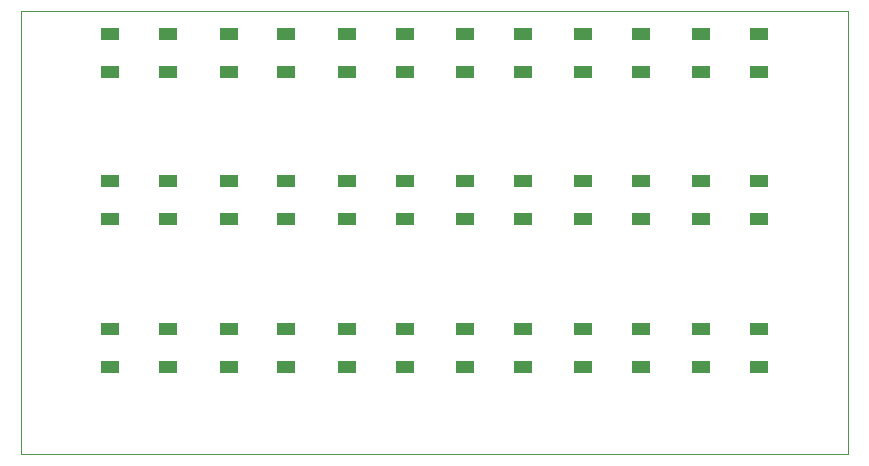
<source format=gbr>
G04 #@! TF.GenerationSoftware,KiCad,Pcbnew,5.1.10-88a1d61d58~90~ubuntu21.04.1*
G04 #@! TF.CreationDate,2021-10-15T10:06:39+02:00*
G04 #@! TF.ProjectId,IndicatorLeds,496e6469-6361-4746-9f72-4c6564732e6b,rev?*
G04 #@! TF.SameCoordinates,Original*
G04 #@! TF.FileFunction,Paste,Top*
G04 #@! TF.FilePolarity,Positive*
%FSLAX46Y46*%
G04 Gerber Fmt 4.6, Leading zero omitted, Abs format (unit mm)*
G04 Created by KiCad (PCBNEW 5.1.10-88a1d61d58~90~ubuntu21.04.1) date 2021-10-15 10:06:39*
%MOMM*%
%LPD*%
G01*
G04 APERTURE LIST*
G04 #@! TA.AperFunction,Profile*
%ADD10C,0.100000*%
G04 #@! TD*
%ADD11R,1.500000X1.000000*%
G04 APERTURE END LIST*
D10*
X45000000Y-49999000D02*
X110000000Y-49999000D01*
X45000000Y-87501000D02*
X45000000Y-49999000D01*
X115001000Y-87501000D02*
X45000000Y-87501000D01*
X115001000Y-49999000D02*
X115001000Y-87501000D01*
X110000000Y-49999000D02*
X115001000Y-49999000D01*
D11*
G04 #@! TO.C,D1*
X107450026Y-80100011D03*
X107450026Y-76900011D03*
X102550026Y-80100011D03*
X102550026Y-76900011D03*
G04 #@! TD*
G04 #@! TO.C,D1*
X97450021Y-80100011D03*
X97450021Y-76900011D03*
X92550021Y-80100011D03*
X92550021Y-76900011D03*
G04 #@! TD*
G04 #@! TO.C,D1*
X87450016Y-80100011D03*
X87450016Y-76900011D03*
X82550016Y-80100011D03*
X82550016Y-76900011D03*
G04 #@! TD*
G04 #@! TO.C,D1*
X77450011Y-80100011D03*
X77450011Y-76900011D03*
X72550011Y-80100011D03*
X72550011Y-76900011D03*
G04 #@! TD*
G04 #@! TO.C,D1*
X67450006Y-80100011D03*
X67450006Y-76900011D03*
X62550006Y-80100011D03*
X62550006Y-76900011D03*
G04 #@! TD*
G04 #@! TO.C,D1*
X57450001Y-80100011D03*
X57450001Y-76900011D03*
X52550001Y-80100011D03*
X52550001Y-76900011D03*
G04 #@! TD*
G04 #@! TO.C,D1*
X107450026Y-67600006D03*
X107450026Y-64400006D03*
X102550026Y-67600006D03*
X102550026Y-64400006D03*
G04 #@! TD*
G04 #@! TO.C,D1*
X97450021Y-67600006D03*
X97450021Y-64400006D03*
X92550021Y-67600006D03*
X92550021Y-64400006D03*
G04 #@! TD*
G04 #@! TO.C,D1*
X87450016Y-67600006D03*
X87450016Y-64400006D03*
X82550016Y-67600006D03*
X82550016Y-64400006D03*
G04 #@! TD*
G04 #@! TO.C,D1*
X77450011Y-67600006D03*
X77450011Y-64400006D03*
X72550011Y-67600006D03*
X72550011Y-64400006D03*
G04 #@! TD*
G04 #@! TO.C,D1*
X67450006Y-67600006D03*
X67450006Y-64400006D03*
X62550006Y-67600006D03*
X62550006Y-64400006D03*
G04 #@! TD*
G04 #@! TO.C,D1*
X57450001Y-67600006D03*
X57450001Y-64400006D03*
X52550001Y-67600006D03*
X52550001Y-64400006D03*
G04 #@! TD*
G04 #@! TO.C,D1*
X107450026Y-55100001D03*
X107450026Y-51900001D03*
X102550026Y-55100001D03*
X102550026Y-51900001D03*
G04 #@! TD*
G04 #@! TO.C,D1*
X97450021Y-55100001D03*
X97450021Y-51900001D03*
X92550021Y-55100001D03*
X92550021Y-51900001D03*
G04 #@! TD*
G04 #@! TO.C,D1*
X87450016Y-55100001D03*
X87450016Y-51900001D03*
X82550016Y-55100001D03*
X82550016Y-51900001D03*
G04 #@! TD*
G04 #@! TO.C,D1*
X77450011Y-55100001D03*
X77450011Y-51900001D03*
X72550011Y-55100001D03*
X72550011Y-51900001D03*
G04 #@! TD*
G04 #@! TO.C,D1*
X67450006Y-55100001D03*
X67450006Y-51900001D03*
X62550006Y-55100001D03*
X62550006Y-51900001D03*
G04 #@! TD*
G04 #@! TO.C,D1*
X57450001Y-55100001D03*
X57450001Y-51900001D03*
X52550001Y-55100001D03*
X52550001Y-51900001D03*
G04 #@! TD*
M02*

</source>
